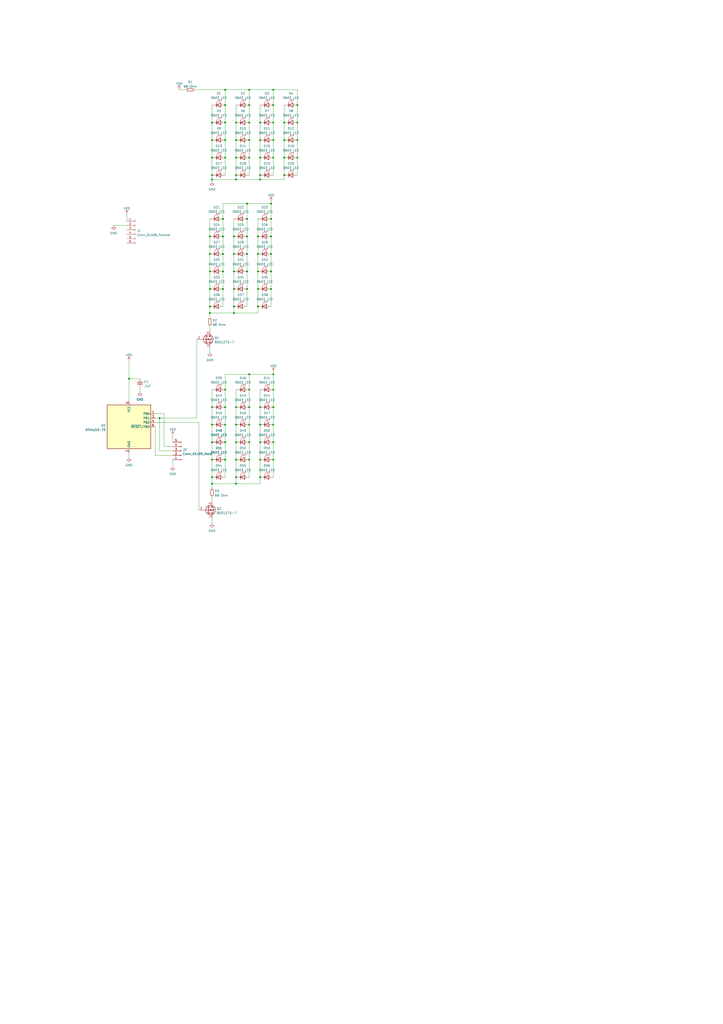
<source format=kicad_sch>
(kicad_sch (version 20211123) (generator eeschema)
  (paper "A2" portrait)
  (lib_symbols
    (symbol "Connector:Conn_01x05_Male" (pin_names (offset 1.016) hide)
      (property "Reference" "J" (at 0 7.62 0))
      (property "Value" "Conn_01x05_Male" (at 0 -7.62 0))
      (symbol "Conn_01x05_Male_1_1"
        (polyline (pts (xy 1.27 -5.08) (xy 0.8636 -5.08)) (stroke (width 0.1524)))
        (polyline (pts (xy 1.27 -2.54) (xy 0.8636 -2.54)) (stroke (width 0.1524)))
        (polyline (pts (xy 1.27 0) (xy 0.8636 0)) (stroke (width 0.1524)))
        (polyline (pts (xy 1.27 2.54) (xy 0.8636 2.54)) (stroke (width 0.1524)))
        (polyline (pts (xy 1.27 5.08) (xy 0.8636 5.08)) (stroke (width 0.1524)))
        (rectangle (start 0.8636 -4.953) (end 0 -5.207) (stroke (width 0.1524)) (fill (type outline)))
        (rectangle (start 0.8636 -2.413) (end 0 -2.667) (stroke (width 0.1524)) (fill (type outline)))
        (rectangle (start 0.8636 0.127) (end 0 -0.127) (stroke (width 0.1524)) (fill (type outline)))
        (rectangle (start 0.8636 2.667) (end 0 2.413) (stroke (width 0.1524)) (fill (type outline)))
        (rectangle (start 0.8636 5.207) (end 0 4.953) (stroke (width 0.1524)) (fill (type outline)))
        (pin passive line (at 5.08 5.08 180) (length 3.81) (name "Pin_1") (number "1"))
        (pin passive line (at 5.08 2.54 180) (length 3.81) (name "Pin_2") (number "2"))
        (pin passive line (at 5.08 0 180) (length 3.81) (name "Pin_3") (number "3"))
        (pin passive line (at 5.08 -2.54 180) (length 3.81) (name "Pin_4") (number "4"))
        (pin passive line (at 5.08 -5.08 180) (length 3.81) (name "Pin_5") (number "5"))
      )
    )
    (symbol "Connector:Conn_01x06_Female" (pin_names (offset 1.016) hide)
      (property "Reference" "J" (at 0 7.62 0))
      (property "Value" "Conn_01x06_Female" (at 0 -10.16 0))
      (symbol "Conn_01x06_Female_1_1"
        (arc (start 0 -7.112) (mid -0.508 -7.62) (end 0 -8.128) (stroke (width 0.1524)))
        (arc (start 0 -4.572) (mid -0.508 -5.08) (end 0 -5.588) (stroke (width 0.1524)))
        (arc (start 0 -2.032) (mid -0.508 -2.54) (end 0 -3.048) (stroke (width 0.1524)))
        (polyline (pts (xy -1.27 -7.62) (xy -0.508 -7.62)) (stroke (width 0.1524)))
        (polyline (pts (xy -1.27 -5.08) (xy -0.508 -5.08)) (stroke (width 0.1524)))
        (polyline (pts (xy -1.27 -2.54) (xy -0.508 -2.54)) (stroke (width 0.1524)))
        (polyline (pts (xy -1.27 0) (xy -0.508 0)) (stroke (width 0.1524)))
        (polyline (pts (xy -1.27 2.54) (xy -0.508 2.54)) (stroke (width 0.1524)))
        (polyline (pts (xy -1.27 5.08) (xy -0.508 5.08)) (stroke (width 0.1524)))
        (arc (start 0 0.508) (mid -0.508 0) (end 0 -0.508) (stroke (width 0.1524)))
        (arc (start 0 3.048) (mid -0.508 2.54) (end 0 2.032) (stroke (width 0.1524)))
        (arc (start 0 5.588) (mid -0.508 5.08) (end 0 4.572) (stroke (width 0.1524)))
        (pin passive line (at -5.08 5.08 0) (length 3.81) (name "Pin_1") (number "1"))
        (pin passive line (at -5.08 2.54 0) (length 3.81) (name "Pin_2") (number "2"))
        (pin passive line (at -5.08 0 0) (length 3.81) (name "Pin_3") (number "3"))
        (pin passive line (at -5.08 -2.54 0) (length 3.81) (name "Pin_4") (number "4"))
        (pin passive line (at -5.08 -5.08 0) (length 3.81) (name "Pin_5") (number "5"))
        (pin passive line (at -5.08 -7.62 0) (length 3.81) (name "Pin_6") (number "6"))
      )
    )
    (symbol "Device:C_Small" (pin_numbers hide) (pin_names (offset 0.254) hide)
      (property "Reference" "C" (at 0.254 1.778 0))
      (property "Value" "C_Small" (at 0.254 -2.032 0))
      (symbol "C_Small_0_1"
        (polyline (pts (xy -1.524 -0.508) (xy 1.524 -0.508)) (stroke (width 0.3302)))
        (polyline (pts (xy -1.524 0.508) (xy 1.524 0.508)) (stroke (width 0.3048)))
      )
      (symbol "C_Small_1_1"
        (pin passive line (at 0 2.54 270) (length 2.032) (name "~") (number "1"))
        (pin passive line (at 0 -2.54 90) (length 2.032) (name "~") (number "2"))
      )
    )
    (symbol "Device:R_Small" (pin_numbers hide) (pin_names (offset 0.254) hide)
      (property "Reference" "R" (at 0.762 0.508 0))
      (property "Value" "R_Small" (at 0.762 -1.016 0))
      (symbol "R_Small_0_1"
        (rectangle (start -0.762 1.778) (end 0.762 -1.778) (stroke (width 0.2032)))
      )
      (symbol "R_Small_1_1"
        (pin passive line (at 0 2.54 270) (length 0.762) (name "~") (number "1"))
        (pin passive line (at 0 -2.54 90) (length 0.762) (name "~") (number "2"))
      )
    )
    (symbol "LED:IR204A" (pin_numbers hide) (pin_names (offset 1.016) hide)
      (property "Reference" "D" (at 0.508 1.778 0))
      (property "Value" "IR204A" (at -1.016 -2.794 0))
      (symbol "IR204A_0_1"
        (polyline (pts (xy -2.54 1.27) (xy -2.54 -1.27)) (stroke (width 0.254)))
        (polyline (pts (xy 0 0) (xy -2.54 0)))
        (polyline (pts (xy 0.381 3.175) (xy -0.127 3.175)))
        (polyline (pts (xy -1.143 1.651) (xy 0.381 3.175) (xy 0.381 2.667)))
        (polyline (pts (xy 0 1.27) (xy -2.54 0) (xy 0 -1.27) (xy 0 1.27)) (stroke (width 0.254)))
        (polyline (pts (xy -2.413 1.651) (xy -0.889 3.175) (xy -0.889 2.667) (xy -0.889 3.175) (xy -1.397 3.175)))
      )
      (symbol "IR204A_1_1"
        (pin passive line (at -5.08 0 0) (length 2.54) (name "K") (number "1"))
        (pin passive line (at 2.54 0 180) (length 2.54) (name "A") (number "2"))
      )
    )
    (symbol "MCU_Microchip_ATtiny:ATtiny10-TS"
      (property "Reference" "U" (at -12.7 13.97 0))
      (property "Value" "ATtiny10-TS" (at 2.54 -13.97 0))
      (symbol "ATtiny10-TS_0_1"
        (rectangle (start -12.7 -12.7) (end 12.7 12.7) (stroke (width 0.254)) (fill (type background)))
      )
      (symbol "ATtiny10-TS_1_1"
        (pin bidirectional line (at 15.24 7.62 180) (length 2.54) (name "PB0") (number "1"))
        (pin power_in line (at 0 -15.24 90) (length 2.54) (name "GND") (number "2"))
        (pin bidirectional line (at 15.24 5.08 180) (length 2.54) (name "PB1") (number "3"))
        (pin bidirectional line (at 15.24 2.54 180) (length 2.54) (name "PB2") (number "4"))
        (pin power_in line (at 0 15.24 270) (length 2.54) (name "VCC") (number "5"))
        (pin bidirectional line (at 15.24 0 180) (length 2.54) (name "~{RESET}/PB3") (number "6"))
      )
    )
    (symbol "Transistor_FET:2N7000" (pin_names hide)
      (property "Reference" "Q" (at 5.08 1.905 0))
      (property "Value" "2N7000" (at 5.08 0 0))
      (symbol "2N7000_0_1"
        (polyline (pts (xy 0.254 0) (xy -2.54 0)))
        (polyline (pts (xy 0.254 1.905) (xy 0.254 -1.905)) (stroke (width 0.254)))
        (polyline (pts (xy 0.762 -1.27) (xy 0.762 -2.286)) (stroke (width 0.254)))
        (polyline (pts (xy 0.762 0.508) (xy 0.762 -0.508)) (stroke (width 0.254)))
        (polyline (pts (xy 0.762 2.286) (xy 0.762 1.27)) (stroke (width 0.254)))
        (polyline (pts (xy 2.54 2.54) (xy 2.54 1.778)))
        (polyline (pts (xy 2.54 -2.54) (xy 2.54 0) (xy 0.762 0)))
        (polyline (pts (xy 0.762 -1.778) (xy 3.302 -1.778) (xy 3.302 1.778) (xy 0.762 1.778)))
        (polyline (pts (xy 1.016 0) (xy 2.032 0.381) (xy 2.032 -0.381) (xy 1.016 0)) (fill (type outline)))
        (polyline (pts (xy 2.794 0.508) (xy 2.921 0.381) (xy 3.683 0.381) (xy 3.81 0.254)))
        (polyline (pts (xy 3.302 0.381) (xy 2.921 -0.254) (xy 3.683 -0.254) (xy 3.302 0.381)))
        (circle (center 1.651 0) (radius 2.794) (stroke (width 0.254)))
        (circle (center 2.54 -1.778) (radius 0.254) (fill (type outline)))
        (circle (center 2.54 1.778) (radius 0.254) (fill (type outline)))
      )
      (symbol "2N7000_1_1"
        (pin passive line (at 2.54 -5.08 90) (length 2.54) (name "S") (number "1"))
        (pin input line (at -5.08 0 0) (length 2.54) (name "G") (number "2"))
        (pin passive line (at 2.54 5.08 270) (length 2.54) (name "D") (number "3"))
      )
    )
    (symbol "power:GND" (power) (pin_names (offset 0))
      (property "Value" "GND" (at 0 -3.81 0))
      (symbol "GND_0_1"
        (polyline (pts (xy 0 0) (xy 0 -1.27) (xy 1.27 -1.27) (xy 0 -2.54) (xy -1.27 -1.27) (xy 0 -1.27)))
      )
      (symbol "GND_1_1"
        (pin power_in line (at 0 0 270) (length 0) hide (name "GND") (number "1"))
      )
    )
    (symbol "power:VDD" (power) (pin_names (offset 0))
      (property "Value" "VDD" (at 0 3.81 0))
      (symbol "VDD_0_1"
        (polyline (pts (xy -0.762 1.27) (xy 0 2.54)))
        (polyline (pts (xy 0 0) (xy 0 2.54)))
        (polyline (pts (xy 0 2.54) (xy 0.762 1.27)))
      )
      (symbol "VDD_1_1"
        (pin power_in line (at 0 0 90) (length 0) hide (name "VDD") (number "1"))
      )
    )
  )
  (junction (at 144.78 236.22))
  (junction (at 135.89 181.61))
  (junction (at 144.78 266.7))
  (junction (at 144.78 217.17))
  (junction (at 144.78 60.96))
  (junction (at 123.19 266.7))
  (junction (at 137.16 276.86))
  (junction (at 130.81 226.06))
  (junction (at 158.75 71.12))
  (junction (at 121.92 181.61))
  (junction (at 149.86 147.32))
  (junction (at 157.48 137.16))
  (junction (at 149.86 177.8))
  (junction (at 144.78 52.07))
  (junction (at 130.81 256.54))
  (junction (at 123.19 71.12))
  (junction (at 130.81 236.22))
  (junction (at 143.51 157.48))
  (junction (at 172.72 81.28))
  (junction (at 135.89 147.32))
  (junction (at 135.89 137.16))
  (junction (at 130.81 91.44))
  (junction (at 130.81 246.38))
  (junction (at 144.78 246.38))
  (junction (at 123.19 101.6))
  (junction (at 144.78 81.28))
  (junction (at 137.16 280.67))
  (junction (at 158.75 256.54))
  (junction (at 151.13 246.38))
  (junction (at 137.16 91.44))
  (junction (at 143.51 147.32))
  (junction (at 129.54 137.16))
  (junction (at 165.1 101.6))
  (junction (at 158.75 226.06))
  (junction (at 130.81 60.96))
  (junction (at 130.81 52.07))
  (junction (at 123.19 256.54))
  (junction (at 137.16 246.38))
  (junction (at 158.75 217.17))
  (junction (at 135.89 167.64))
  (junction (at 158.75 81.28))
  (junction (at 123.19 236.22))
  (junction (at 123.19 246.38))
  (junction (at 172.72 71.12))
  (junction (at 130.81 71.12))
  (junction (at 172.72 60.96))
  (junction (at 158.75 91.44))
  (junction (at 137.16 71.12))
  (junction (at 165.1 91.44))
  (junction (at 157.48 127))
  (junction (at 157.48 157.48))
  (junction (at 151.13 236.22))
  (junction (at 121.92 147.32))
  (junction (at 135.89 177.8))
  (junction (at 157.48 167.64))
  (junction (at 137.16 101.6))
  (junction (at 157.48 118.11))
  (junction (at 172.72 91.44))
  (junction (at 121.92 157.48))
  (junction (at 151.13 71.12))
  (junction (at 151.13 101.6))
  (junction (at 158.75 236.22))
  (junction (at 121.92 167.64))
  (junction (at 137.16 81.28))
  (junction (at 137.16 266.7))
  (junction (at 151.13 256.54))
  (junction (at 144.78 91.44))
  (junction (at 151.13 91.44))
  (junction (at 158.75 246.38))
  (junction (at 149.86 167.64))
  (junction (at 129.54 147.32))
  (junction (at 92.71 242.57))
  (junction (at 144.78 71.12))
  (junction (at 129.54 157.48))
  (junction (at 121.92 137.16))
  (junction (at 144.78 226.06))
  (junction (at 151.13 81.28))
  (junction (at 137.16 256.54))
  (junction (at 157.48 147.32))
  (junction (at 135.89 157.48))
  (junction (at 123.19 104.14))
  (junction (at 123.19 280.67))
  (junction (at 151.13 266.7))
  (junction (at 137.16 236.22))
  (junction (at 151.13 276.86))
  (junction (at 143.51 167.64))
  (junction (at 123.19 91.44))
  (junction (at 143.51 137.16))
  (junction (at 143.51 127))
  (junction (at 130.81 81.28))
  (junction (at 144.78 256.54))
  (junction (at 149.86 157.48))
  (junction (at 165.1 81.28))
  (junction (at 149.86 137.16))
  (junction (at 123.19 276.86))
  (junction (at 137.16 104.14))
  (junction (at 158.75 266.7))
  (junction (at 143.51 118.11))
  (junction (at 121.92 177.8))
  (junction (at 129.54 167.64))
  (junction (at 151.13 104.14))
  (junction (at 129.54 127))
  (junction (at 74.93 219.71))
  (junction (at 158.75 52.07))
  (junction (at 123.19 81.28))
  (junction (at 130.81 266.7))
  (junction (at 158.75 60.96))
  (junction (at 165.1 71.12))
  (wire (pts (xy 135.89 157.48) (xy 135.89 167.64)))
  (wire (pts (xy 143.51 118.11) (xy 143.51 127)))
  (wire (pts (xy 121.92 189.23) (xy 121.92 191.77)))
  (wire (pts (xy 151.13 91.44) (xy 151.13 101.6)))
  (wire (pts (xy 123.19 226.06) (xy 123.19 236.22)))
  (wire (pts (xy 151.13 81.28) (xy 151.13 91.44)))
  (wire (pts (xy 151.13 280.67) (xy 137.16 280.67)))
  (wire (pts (xy 143.51 137.16) (xy 143.51 147.32)))
  (wire (pts (xy 104.14 52.07) (xy 107.95 52.07)))
  (wire (pts (xy 143.51 118.11) (xy 157.48 118.11)))
  (wire (pts (xy 165.1 60.96) (xy 165.1 71.12)))
  (wire (pts (xy 95.25 240.03) (xy 95.25 259.08)))
  (wire (pts (xy 143.51 147.32) (xy 143.51 157.48)))
  (wire (pts (xy 129.54 167.64) (xy 129.54 157.48)))
  (wire (pts (xy 137.16 236.22) (xy 137.16 246.38)))
  (wire (pts (xy 144.78 217.17) (xy 144.78 226.06)))
  (wire (pts (xy 172.72 60.96) (xy 172.72 52.07)))
  (wire (pts (xy 157.48 167.64) (xy 157.48 177.8)))
  (wire (pts (xy 123.19 60.96) (xy 123.19 71.12)))
  (wire (pts (xy 90.17 264.16) (xy 100.33 264.16)))
  (wire (pts (xy 130.81 276.86) (xy 130.81 266.7)))
  (wire (pts (xy 123.19 266.7) (xy 123.19 276.86)))
  (wire (pts (xy 149.86 147.32) (xy 149.86 157.48)))
  (wire (pts (xy 123.19 280.67) (xy 123.19 283.21)))
  (wire (pts (xy 157.48 137.16) (xy 157.48 147.32)))
  (wire (pts (xy 74.93 262.89) (xy 74.93 265.43)))
  (wire (pts (xy 90.17 245.11) (xy 115.57 245.11)))
  (wire (pts (xy 137.16 81.28) (xy 137.16 91.44)))
  (wire (pts (xy 144.78 256.54) (xy 144.78 266.7)))
  (wire (pts (xy 144.78 60.96) (xy 144.78 71.12)))
  (wire (pts (xy 137.16 226.06) (xy 137.16 236.22)))
  (wire (pts (xy 90.17 242.57) (xy 92.71 242.57)))
  (wire (pts (xy 123.19 288.29) (xy 123.19 290.83)))
  (wire (pts (xy 151.13 104.14) (xy 165.1 104.14)))
  (wire (pts (xy 130.81 101.6) (xy 130.81 91.44)))
  (wire (pts (xy 130.81 52.07) (xy 113.03 52.07)))
  (wire (pts (xy 151.13 71.12) (xy 151.13 81.28)))
  (wire (pts (xy 92.71 242.57) (xy 92.71 261.62)))
  (wire (pts (xy 123.19 276.86) (xy 123.19 280.67)))
  (wire (pts (xy 144.78 91.44) (xy 144.78 101.6)))
  (wire (pts (xy 129.54 157.48) (xy 129.54 147.32)))
  (wire (pts (xy 144.78 236.22) (xy 144.78 246.38)))
  (wire (pts (xy 149.86 157.48) (xy 149.86 167.64)))
  (wire (pts (xy 121.92 167.64) (xy 121.92 177.8)))
  (wire (pts (xy 135.89 167.64) (xy 135.89 177.8)))
  (wire (pts (xy 144.78 226.06) (xy 144.78 236.22)))
  (wire (pts (xy 130.81 266.7) (xy 130.81 256.54)))
  (wire (pts (xy 158.75 52.07) (xy 158.75 60.96)))
  (wire (pts (xy 130.81 91.44) (xy 130.81 81.28)))
  (wire (pts (xy 130.81 256.54) (xy 130.81 246.38)))
  (wire (pts (xy 144.78 266.7) (xy 144.78 276.86)))
  (wire (pts (xy 123.19 246.38) (xy 123.19 256.54)))
  (wire (pts (xy 137.16 266.7) (xy 137.16 276.86)))
  (wire (pts (xy 123.19 236.22) (xy 123.19 246.38)))
  (wire (pts (xy 130.81 246.38) (xy 130.81 236.22)))
  (wire (pts (xy 137.16 256.54) (xy 137.16 266.7)))
  (wire (pts (xy 66.04 130.81) (xy 73.66 130.81)))
  (wire (pts (xy 129.54 177.8) (xy 129.54 167.64)))
  (wire (pts (xy 135.89 181.61) (xy 121.92 181.61)))
  (wire (pts (xy 144.78 52.07) (xy 144.78 60.96)))
  (wire (pts (xy 121.92 177.8) (xy 121.92 181.61)))
  (wire (pts (xy 151.13 246.38) (xy 151.13 256.54)))
  (wire (pts (xy 151.13 276.86) (xy 151.13 280.67)))
  (wire (pts (xy 123.19 91.44) (xy 123.19 101.6)))
  (wire (pts (xy 157.48 147.32) (xy 157.48 157.48)))
  (wire (pts (xy 135.89 127) (xy 135.89 137.16)))
  (wire (pts (xy 130.81 236.22) (xy 130.81 226.06)))
  (wire (pts (xy 157.48 116.84) (xy 157.48 118.11)))
  (wire (pts (xy 123.19 81.28) (xy 123.19 91.44)))
  (wire (pts (xy 165.1 71.12) (xy 165.1 81.28)))
  (wire (pts (xy 74.93 219.71) (xy 81.28 219.71)))
  (wire (pts (xy 73.66 124.46) (xy 73.66 128.27)))
  (wire (pts (xy 100.33 266.7) (xy 100.33 270.51)))
  (wire (pts (xy 123.19 104.14) (xy 137.16 104.14)))
  (wire (pts (xy 165.1 101.6) (xy 165.1 104.14)))
  (wire (pts (xy 137.16 101.6) (xy 137.16 104.14)))
  (wire (pts (xy 149.86 127) (xy 149.86 137.16)))
  (wire (pts (xy 172.72 52.07) (xy 158.75 52.07)))
  (wire (pts (xy 151.13 236.22) (xy 151.13 246.38)))
  (wire (pts (xy 81.28 224.79) (xy 81.28 227.33)))
  (wire (pts (xy 157.48 157.48) (xy 157.48 167.64)))
  (wire (pts (xy 149.86 181.61) (xy 135.89 181.61)))
  (wire (pts (xy 135.89 147.32) (xy 135.89 157.48)))
  (wire (pts (xy 130.81 60.96) (xy 130.81 52.07)))
  (wire (pts (xy 158.75 246.38) (xy 158.75 256.54)))
  (wire (pts (xy 157.48 127) (xy 157.48 137.16)))
  (wire (pts (xy 143.51 167.64) (xy 143.51 177.8)))
  (wire (pts (xy 137.16 104.14) (xy 151.13 104.14)))
  (wire (pts (xy 130.81 81.28) (xy 130.81 71.12)))
  (wire (pts (xy 130.81 226.06) (xy 130.81 217.17)))
  (wire (pts (xy 74.93 209.55) (xy 74.93 219.71)))
  (wire (pts (xy 121.92 201.93) (xy 121.92 204.47)))
  (wire (pts (xy 121.92 147.32) (xy 121.92 157.48)))
  (wire (pts (xy 158.75 236.22) (xy 158.75 246.38)))
  (wire (pts (xy 121.92 137.16) (xy 121.92 147.32)))
  (wire (pts (xy 144.78 71.12) (xy 144.78 81.28)))
  (wire (pts (xy 158.75 52.07) (xy 144.78 52.07)))
  (wire (pts (xy 172.72 81.28) (xy 172.72 71.12)))
  (wire (pts (xy 158.75 215.9) (xy 158.75 217.17)))
  (wire (pts (xy 158.75 60.96) (xy 158.75 71.12)))
  (wire (pts (xy 130.81 217.17) (xy 144.78 217.17)))
  (wire (pts (xy 123.19 71.12) (xy 123.19 81.28)))
  (wire (pts (xy 123.19 104.14) (xy 123.19 105.41)))
  (wire (pts (xy 151.13 101.6) (xy 151.13 104.14)))
  (wire (pts (xy 137.16 91.44) (xy 137.16 101.6)))
  (wire (pts (xy 165.1 81.28) (xy 165.1 91.44)))
  (wire (pts (xy 135.89 137.16) (xy 135.89 147.32)))
  (wire (pts (xy 129.54 118.11) (xy 143.51 118.11)))
  (wire (pts (xy 123.19 300.99) (xy 123.19 303.53)))
  (wire (pts (xy 149.86 137.16) (xy 149.86 147.32)))
  (wire (pts (xy 158.75 71.12) (xy 158.75 81.28)))
  (wire (pts (xy 151.13 226.06) (xy 151.13 236.22)))
  (wire (pts (xy 144.78 217.17) (xy 158.75 217.17)))
  (wire (pts (xy 158.75 91.44) (xy 158.75 101.6)))
  (wire (pts (xy 158.75 226.06) (xy 158.75 236.22)))
  (wire (pts (xy 100.33 252.73) (xy 100.33 256.54)))
  (wire (pts (xy 95.25 259.08) (xy 100.33 259.08)))
  (wire (pts (xy 158.75 266.7) (xy 158.75 276.86)))
  (wire (pts (xy 130.81 71.12) (xy 130.81 60.96)))
  (wire (pts (xy 165.1 91.44) (xy 165.1 101.6)))
  (wire (pts (xy 92.71 261.62) (xy 100.33 261.62)))
  (wire (pts (xy 121.92 181.61) (xy 121.92 184.15)))
  (wire (pts (xy 129.54 127) (xy 129.54 118.11)))
  (wire (pts (xy 149.86 167.64) (xy 149.86 177.8)))
  (wire (pts (xy 137.16 60.96) (xy 137.16 71.12)))
  (wire (pts (xy 172.72 91.44) (xy 172.72 81.28)))
  (wire (pts (xy 144.78 52.07) (xy 130.81 52.07)))
  (wire (pts (xy 90.17 240.03) (xy 95.25 240.03)))
  (wire (pts (xy 92.71 242.57) (xy 114.3 242.57)))
  (wire (pts (xy 137.16 280.67) (xy 123.19 280.67)))
  (wire (pts (xy 129.54 137.16) (xy 129.54 127)))
  (wire (pts (xy 172.72 101.6) (xy 172.72 91.44)))
  (wire (pts (xy 121.92 127) (xy 121.92 137.16)))
  (wire (pts (xy 137.16 276.86) (xy 137.16 280.67)))
  (wire (pts (xy 115.57 245.11) (xy 115.57 295.91)))
  (wire (pts (xy 158.75 81.28) (xy 158.75 91.44)))
  (wire (pts (xy 123.19 101.6) (xy 123.19 104.14)))
  (wire (pts (xy 135.89 177.8) (xy 135.89 181.61)))
  (wire (pts (xy 172.72 71.12) (xy 172.72 60.96)))
  (wire (pts (xy 90.17 247.65) (xy 90.17 264.16)))
  (wire (pts (xy 121.92 157.48) (xy 121.92 167.64)))
  (wire (pts (xy 151.13 60.96) (xy 151.13 71.12)))
  (wire (pts (xy 151.13 256.54) (xy 151.13 266.7)))
  (wire (pts (xy 157.48 118.11) (xy 157.48 127)))
  (wire (pts (xy 137.16 71.12) (xy 137.16 81.28)))
  (wire (pts (xy 137.16 246.38) (xy 137.16 256.54)))
  (wire (pts (xy 158.75 256.54) (xy 158.75 266.7)))
  (wire (pts (xy 158.75 217.17) (xy 158.75 226.06)))
  (wire (pts (xy 123.19 256.54) (xy 123.19 266.7)))
  (wire (pts (xy 143.51 157.48) (xy 143.51 167.64)))
  (wire (pts (xy 129.54 147.32) (xy 129.54 137.16)))
  (wire (pts (xy 143.51 127) (xy 143.51 137.16)))
  (wire (pts (xy 74.93 219.71) (xy 74.93 232.41)))
  (wire (pts (xy 144.78 81.28) (xy 144.78 91.44)))
  (wire (pts (xy 151.13 266.7) (xy 151.13 276.86)))
  (wire (pts (xy 149.86 177.8) (xy 149.86 181.61)))
  (wire (pts (xy 114.3 196.85) (xy 114.3 242.57)))
  (wire (pts (xy 144.78 246.38) (xy 144.78 256.54)))
  (symbol (lib_id "power:GND") (at 81.28 227.33 0) (unit 1)
    (property "Reference" "#PWR0101" (effects hide))
    (property "Value" "GND" (at 81.28 231.7734 0))
  )
  (symbol (lib_id "Connector:Conn_01x06_Female") (at 78.74 133.35 0) (unit 1)
    (property "Reference" "J1" (at 79.4512 133.7853 0) (effects (justify left)))
    (property "Value" "Conn_01x06_Female" (at 79.4512 136.3222 0) (effects (justify left)))
    (property "Footprint" "Connector_PinHeader_2.54mm:PinHeader_2x03_P2.54mm_Vertical" (effects hide))
  )
  (symbol (lib_id "power:GND") (at 100.33 270.51 0) (unit 1)
    (property "Reference" "#PWR011" (effects hide))
    (property "Value" "GND" (at 100.33 274.9534 0))
  )
  (symbol (lib_id "Device:R_Small") (at 123.19 285.75 180) (unit 1)
    (property "Reference" "R3" (at 124.6886 284.9153 0) (effects (justify right)))
    (property "Value" "68 Ohm" (at 124.6886 287.4522 0) (effects (justify right)))
    (property "Footprint" "Resistor_SMD:R_0603_1608Metric_Pad0.98x0.95mm_HandSolder" (effects hide))
  )
  (symbol (lib_id "LED:IR204A") (at 140.97 147.32 0) (unit 1)
    (property "Reference" "D28" (at 139.827 140.5722 0))
    (property "Value" "0603 LED" (at 139.827 143.1091 0))
    (property "Footprint" "LED_SMD:LED_0603_1608Metric_Pad1.05x0.95mm_HandSolder" (effects hide))
  )
  (symbol (lib_id "LED:IR204A") (at 128.27 276.86 0) (unit 1)
    (property "Reference" "D54" (at 127.127 270.1122 0))
    (property "Value" "0603 LED" (at 127.127 272.6491 0))
    (property "Footprint" "LED_SMD:LED_0603_1608Metric_Pad1.05x0.95mm_HandSolder" (effects hide))
  )
  (symbol (lib_id "LED:IR204A") (at 156.21 256.54 0) (unit 1)
    (property "Reference" "D50" (at 155.067 249.7922 0))
    (property "Value" "0603 LED" (at 155.067 252.3291 0))
    (property "Footprint" "LED_SMD:LED_0603_1608Metric_Pad1.05x0.95mm_HandSolder" (effects hide))
  )
  (symbol (lib_id "Transistor_FET:2N7000") (at 120.65 295.91 0) (unit 1)
    (property "Reference" "Q2" (at 125.857 295.0753 0) (effects (justify left)))
    (property "Value" "BSS127S-7" (at 125.857 297.6122 0) (effects (justify left)))
    (property "Footprint" "Package_TO_SOT_SMD:SOT-23" (effects hide))
    (property "Datasheet" "https://www.onsemi.com/pub/Collateral/NDS7002A-D.PDF" (effects hide))
  )
  (symbol (lib_id "LED:IR204A") (at 128.27 256.54 0) (unit 1)
    (property "Reference" "D48" (at 127.127 249.7922 0))
    (property "Value" "0603 LED" (at 127.127 252.3291 0))
    (property "Footprint" "LED_SMD:LED_0603_1608Metric_Pad1.05x0.95mm_HandSolder" (effects hide))
  )
  (symbol (lib_id "LED:IR204A") (at 128.27 71.12 0) (unit 1)
    (property "Reference" "D5" (at 127.127 64.3722 0))
    (property "Value" "0603 LED" (at 127.127 66.9091 0))
    (property "Footprint" "LED_SMD:LED_0603_1608Metric_Pad1.05x0.95mm_HandSolder" (effects hide))
  )
  (symbol (lib_id "LED:IR204A") (at 156.21 60.96 0) (unit 1)
    (property "Reference" "D3" (at 155.067 54.2122 0))
    (property "Value" "0603 LED" (at 155.067 56.7491 0))
    (property "Footprint" "LED_SMD:LED_0603_1608Metric_Pad1.05x0.95mm_HandSolder" (effects hide))
  )
  (symbol (lib_id "LED:IR204A") (at 140.97 167.64 0) (unit 1)
    (property "Reference" "D34" (at 139.827 160.8922 0))
    (property "Value" "0603 LED" (at 139.827 163.4291 0))
    (property "Footprint" "LED_SMD:LED_0603_1608Metric_Pad1.05x0.95mm_HandSolder" (effects hide))
  )
  (symbol (lib_id "LED:IR204A") (at 142.24 91.44 0) (unit 1)
    (property "Reference" "D14" (at 141.097 84.6922 0))
    (property "Value" "0603 LED" (at 141.097 87.2291 0))
    (property "Footprint" "LED_SMD:LED_0603_1608Metric_Pad1.05x0.95mm_HandSolder" (effects hide))
  )
  (symbol (lib_id "Device:R_Small") (at 121.92 186.69 180) (unit 1)
    (property "Reference" "R2" (at 123.4186 185.8553 0) (effects (justify right)))
    (property "Value" "68 Ohm" (at 123.4186 188.3922 0) (effects (justify right)))
    (property "Footprint" "Resistor_SMD:R_0603_1608Metric_Pad0.98x0.95mm_HandSolder" (effects hide))
  )
  (symbol (lib_id "power:VDD") (at 73.66 124.46 0) (unit 1)
    (property "Reference" "#PWR04" (effects hide))
    (property "Value" "VDD" (at 73.66 120.8842 0))
  )
  (symbol (lib_id "LED:IR204A") (at 128.27 91.44 0) (unit 1)
    (property "Reference" "D13" (at 127.127 84.6922 0))
    (property "Value" "0603 LED" (at 127.127 87.2291 0))
    (property "Footprint" "LED_SMD:LED_0603_1608Metric_Pad1.05x0.95mm_HandSolder" (effects hide))
  )
  (symbol (lib_id "LED:IR204A") (at 127 167.64 0) (unit 1)
    (property "Reference" "D33" (at 125.857 160.8922 0))
    (property "Value" "0603 LED" (at 125.857 163.4291 0))
    (property "Footprint" "LED_SMD:LED_0603_1608Metric_Pad1.05x0.95mm_HandSolder" (effects hide))
  )
  (symbol (lib_id "LED:IR204A") (at 142.24 101.6 0) (unit 1)
    (property "Reference" "D18" (at 141.097 94.8522 0))
    (property "Value" "0603 LED" (at 141.097 97.3891 0))
    (property "Footprint" "LED_SMD:LED_0603_1608Metric_Pad1.05x0.95mm_HandSolder" (effects hide))
  )
  (symbol (lib_id "Device:R_Small") (at 110.49 52.07 90) (unit 1)
    (property "Reference" "R1" (at 110.49 47.6336 90))
    (property "Value" "68 Ohm" (at 110.49 50.1705 90))
    (property "Footprint" "Resistor_SMD:R_0603_1608Metric_Pad0.98x0.95mm_HandSolder" (effects hide))
  )
  (symbol (lib_id "power:GND") (at 123.19 303.53 0) (unit 1)
    (property "Reference" "#PWR012" (effects hide))
    (property "Value" "GND" (at 123.19 307.9734 0))
  )
  (symbol (lib_id "LED:IR204A") (at 142.24 236.22 0) (unit 1)
    (property "Reference" "D43" (at 141.097 229.4722 0))
    (property "Value" "0603 LED" (at 141.097 232.0091 0))
    (property "Footprint" "LED_SMD:LED_0603_1608Metric_Pad1.05x0.95mm_HandSolder" (effects hide))
  )
  (symbol (lib_id "LED:IR204A") (at 156.21 226.06 0) (unit 1)
    (property "Reference" "D41" (at 155.067 219.3122 0))
    (property "Value" "0603 LED" (at 155.067 221.8491 0))
    (property "Footprint" "LED_SMD:LED_0603_1608Metric_Pad1.05x0.95mm_HandSolder" (effects hide))
  )
  (symbol (lib_id "LED:IR204A") (at 140.97 127 0) (unit 1)
    (property "Reference" "D22" (at 139.827 120.2522 0))
    (property "Value" "0603 LED" (at 139.827 122.7891 0))
    (property "Footprint" "LED_SMD:LED_0603_1608Metric_Pad1.05x0.95mm_HandSolder" (effects hide))
  )
  (symbol (lib_id "LED:IR204A") (at 128.27 81.28 0) (unit 1)
    (property "Reference" "D9" (at 127.127 74.5322 0))
    (property "Value" "0603 LED" (at 127.127 77.0691 0))
    (property "Footprint" "LED_SMD:LED_0603_1608Metric_Pad1.05x0.95mm_HandSolder" (effects hide))
  )
  (symbol (lib_id "LED:IR204A") (at 127 177.8 0) (unit 1)
    (property "Reference" "D36" (at 125.857 171.0522 0))
    (property "Value" "0603 LED" (at 125.857 173.5891 0))
    (property "Footprint" "LED_SMD:LED_0603_1608Metric_Pad1.05x0.95mm_HandSolder" (effects hide))
  )
  (symbol (lib_id "power:VDD") (at 157.48 116.84 0) (unit 1)
    (property "Reference" "#PWR03" (effects hide))
    (property "Value" "VDD" (at 157.48 113.2642 0))
  )
  (symbol (lib_id "LED:IR204A") (at 154.94 147.32 0) (unit 1)
    (property "Reference" "D29" (at 153.797 140.5722 0))
    (property "Value" "0603 LED" (at 153.797 143.1091 0))
    (property "Footprint" "LED_SMD:LED_0603_1608Metric_Pad1.05x0.95mm_HandSolder" (effects hide))
  )
  (symbol (lib_id "power:VDD") (at 158.75 215.9 0) (unit 1)
    (property "Reference" "#PWR07" (effects hide))
    (property "Value" "VDD" (at 158.75 212.3242 0))
  )
  (symbol (lib_id "LED:IR204A") (at 170.18 101.6 0) (unit 1)
    (property "Reference" "D20" (at 169.037 94.8522 0))
    (property "Value" "0603 LED" (at 169.037 97.3891 0))
    (property "Footprint" "LED_SMD:LED_0603_1608Metric_Pad1.05x0.95mm_HandSolder" (effects hide))
  )
  (symbol (lib_id "LED:IR204A") (at 154.94 177.8 0) (unit 1)
    (property "Reference" "D38" (at 153.797 171.0522 0))
    (property "Value" "0603 LED" (at 153.797 173.5891 0))
    (property "Footprint" "LED_SMD:LED_0603_1608Metric_Pad1.05x0.95mm_HandSolder" (effects hide))
  )
  (symbol (lib_id "LED:IR204A") (at 128.27 101.6 0) (unit 1)
    (property "Reference" "D17" (at 127.127 94.8522 0))
    (property "Value" "0603 LED" (at 127.127 97.3891 0))
    (property "Footprint" "LED_SMD:LED_0603_1608Metric_Pad1.05x0.95mm_HandSolder" (effects hide))
  )
  (symbol (lib_id "LED:IR204A") (at 142.24 226.06 0) (unit 1)
    (property "Reference" "D40" (at 141.097 219.3122 0))
    (property "Value" "0603 LED" (at 141.097 221.8491 0))
    (property "Footprint" "LED_SMD:LED_0603_1608Metric_Pad1.05x0.95mm_HandSolder" (effects hide))
  )
  (symbol (lib_id "LED:IR204A") (at 140.97 137.16 0) (unit 1)
    (property "Reference" "D25" (at 139.827 130.4122 0))
    (property "Value" "0603 LED" (at 139.827 132.9491 0))
    (property "Footprint" "LED_SMD:LED_0603_1608Metric_Pad1.05x0.95mm_HandSolder" (effects hide))
  )
  (symbol (lib_id "power:VDD") (at 100.33 252.73 0) (unit 1)
    (property "Reference" "#PWR09" (effects hide))
    (property "Value" "VDD" (at 100.33 249.1542 0))
  )
  (symbol (lib_id "LED:IR204A") (at 154.94 157.48 0) (unit 1)
    (property "Reference" "D32" (at 153.797 150.7322 0))
    (property "Value" "0603 LED" (at 153.797 153.2691 0))
    (property "Footprint" "LED_SMD:LED_0603_1608Metric_Pad1.05x0.95mm_HandSolder" (effects hide))
  )
  (symbol (lib_id "LED:IR204A") (at 154.94 167.64 0) (unit 1)
    (property "Reference" "D35" (at 153.797 160.8922 0))
    (property "Value" "0603 LED" (at 153.797 163.4291 0))
    (property "Footprint" "LED_SMD:LED_0603_1608Metric_Pad1.05x0.95mm_HandSolder" (effects hide))
  )
  (symbol (lib_id "LED:IR204A") (at 128.27 246.38 0) (unit 1)
    (property "Reference" "D45" (at 127.127 239.6322 0))
    (property "Value" "0603 LED" (at 127.127 242.1691 0))
    (property "Footprint" "LED_SMD:LED_0603_1608Metric_Pad1.05x0.95mm_HandSolder" (effects hide))
  )
  (symbol (lib_id "power:GND") (at 123.19 105.41 0) (unit 1)
    (property "Reference" "#PWR02" (effects hide))
    (property "Value" "GND" (at 123.19 109.8534 0))
  )
  (symbol (lib_id "MCU_Microchip_ATtiny:ATtiny10-TS") (at 74.93 247.65 0) (unit 1)
    (property "Reference" "U1" (at 61.4681 246.8153 0) (effects (justify right)))
    (property "Value" "ATtiny10-TS" (at 61.4681 249.3522 0) (effects (justify right)))
    (property "Footprint" "Package_TO_SOT_SMD:SOT-23-6" (effects hide))
    (property "Datasheet" "http://ww1.microchip.com/downloads/en/DeviceDoc/Atmel-8127-AVR-8-bit-Microcontroller-ATtiny4-ATtiny5-ATtiny9-ATtiny10_Datasheet.pdf" (effects hide))
  )
  (symbol (lib_id "Connector:Conn_01x05_Male") (at 105.41 261.62 180) (unit 1)
    (property "Reference" "J2" (at 106.1212 260.7853 0) (effects (justify right)))
    (property "Value" "Conn_01x05_Male" (at 106.1212 263.3222 0) (effects (justify right)))
    (property "Footprint" "Connector_PinHeader_2.54mm:PinHeader_1x05_P2.54mm_Vertical" (effects hide))
  )
  (symbol (lib_id "LED:IR204A") (at 156.21 91.44 0) (unit 1)
    (property "Reference" "D15" (at 155.067 84.6922 0))
    (property "Value" "0603 LED" (at 155.067 87.2291 0))
    (property "Footprint" "LED_SMD:LED_0603_1608Metric_Pad1.05x0.95mm_HandSolder" (effects hide))
  )
  (symbol (lib_id "LED:IR204A") (at 170.18 91.44 0) (unit 1)
    (property "Reference" "D16" (at 169.037 84.6922 0))
    (property "Value" "0603 LED" (at 169.037 87.2291 0))
    (property "Footprint" "LED_SMD:LED_0603_1608Metric_Pad1.05x0.95mm_HandSolder" (effects hide))
  )
  (symbol (lib_id "power:VDD") (at 104.14 52.07 0) (unit 1)
    (property "Reference" "#PWR01" (effects hide))
    (property "Value" "VDD" (at 104.14 48.4942 0))
  )
  (symbol (lib_id "LED:IR204A") (at 127 137.16 0) (unit 1)
    (property "Reference" "D24" (at 125.857 130.4122 0))
    (property "Value" "0603 LED" (at 125.857 132.9491 0))
    (property "Footprint" "LED_SMD:LED_0603_1608Metric_Pad1.05x0.95mm_HandSolder" (effects hide))
  )
  (symbol (lib_id "LED:IR204A") (at 142.24 256.54 0) (unit 1)
    (property "Reference" "D49" (at 141.097 249.7922 0))
    (property "Value" "0603 LED" (at 141.097 252.3291 0))
    (property "Footprint" "LED_SMD:LED_0603_1608Metric_Pad1.05x0.95mm_HandSolder" (effects hide))
  )
  (symbol (lib_id "LED:IR204A") (at 142.24 81.28 0) (unit 1)
    (property "Reference" "D10" (at 141.097 74.5322 0))
    (property "Value" "0603 LED" (at 141.097 77.0691 0))
    (property "Footprint" "LED_SMD:LED_0603_1608Metric_Pad1.05x0.95mm_HandSolder" (effects hide))
  )
  (symbol (lib_id "LED:IR204A") (at 170.18 81.28 0) (unit 1)
    (property "Reference" "D12" (at 169.037 74.5322 0))
    (property "Value" "0603 LED" (at 169.037 77.0691 0))
    (property "Footprint" "LED_SMD:LED_0603_1608Metric_Pad1.05x0.95mm_HandSolder" (effects hide))
  )
  (symbol (lib_id "Transistor_FET:2N7000") (at 119.38 196.85 0) (unit 1)
    (property "Reference" "Q1" (at 124.587 196.0153 0) (effects (justify left)))
    (property "Value" "BSS127S-7" (at 124.587 198.5522 0) (effects (justify left)))
    (property "Footprint" "Package_TO_SOT_SMD:SOT-23" (effects hide))
    (property "Datasheet" "https://www.onsemi.com/pub/Collateral/NDS7002A-D.PDF" (effects hide))
  )
  (symbol (lib_id "LED:IR204A") (at 127 127 0) (unit 1)
    (property "Reference" "D21" (at 125.857 120.2522 0))
    (property "Value" "0603 LED" (at 125.857 122.7891 0))
    (property "Footprint" "LED_SMD:LED_0603_1608Metric_Pad1.05x0.95mm_HandSolder" (effects hide))
  )
  (symbol (lib_id "LED:IR204A") (at 128.27 226.06 0) (unit 1)
    (property "Reference" "D39" (at 127.127 219.3122 0))
    (property "Value" "0603 LED" (at 127.127 221.8491 0))
    (property "Footprint" "LED_SMD:LED_0603_1608Metric_Pad1.05x0.95mm_HandSolder" (effects hide))
  )
  (symbol (lib_id "power:GND") (at 66.04 130.81 0) (unit 1)
    (property "Reference" "#PWR05" (effects hide))
    (property "Value" "GND" (at 66.04 135.2534 0))
  )
  (symbol (lib_id "LED:IR204A") (at 140.97 177.8 0) (unit 1)
    (property "Reference" "D37" (at 139.827 171.0522 0))
    (property "Value" "0603 LED" (at 139.827 173.5891 0))
    (property "Footprint" "LED_SMD:LED_0603_1608Metric_Pad1.05x0.95mm_HandSolder" (effects hide))
  )
  (symbol (lib_id "power:GND") (at 74.93 265.43 0) (unit 1)
    (property "Reference" "#PWR010" (effects hide))
    (property "Value" "GND" (at 74.93 269.8734 0))
  )
  (symbol (lib_id "LED:IR204A") (at 142.24 60.96 0) (unit 1)
    (property "Reference" "D2" (at 141.097 54.2122 0))
    (property "Value" "0603 LED" (at 141.097 56.7491 0))
    (property "Footprint" "LED_SMD:LED_0603_1608Metric_Pad1.05x0.95mm_HandSolder" (effects hide))
  )
  (symbol (lib_id "LED:IR204A") (at 156.21 246.38 0) (unit 1)
    (property "Reference" "D47" (at 155.067 239.6322 0))
    (property "Value" "0603 LED" (at 155.067 242.1691 0))
    (property "Footprint" "LED_SMD:LED_0603_1608Metric_Pad1.05x0.95mm_HandSolder" (effects hide))
  )
  (symbol (lib_id "LED:IR204A") (at 142.24 266.7 0) (unit 1)
    (property "Reference" "D52" (at 141.097 259.9522 0))
    (property "Value" "0603 LED" (at 141.097 262.4891 0))
    (property "Footprint" "LED_SMD:LED_0603_1608Metric_Pad1.05x0.95mm_HandSolder" (effects hide))
  )
  (symbol (lib_id "power:VDD") (at 74.93 209.55 0) (unit 1)
    (property "Reference" "#PWR08" (effects hide))
    (property "Value" "VDD" (at 74.93 205.9742 0))
  )
  (symbol (lib_id "LED:IR204A") (at 156.21 71.12 0) (unit 1)
    (property "Reference" "D7" (at 155.067 64.3722 0))
    (property "Value" "0603 LED" (at 155.067 66.9091 0))
    (property "Footprint" "LED_SMD:LED_0603_1608Metric_Pad1.05x0.95mm_HandSolder" (effects hide))
  )
  (symbol (lib_id "LED:IR204A") (at 128.27 266.7 0) (unit 1)
    (property "Reference" "D51" (at 127.127 259.9522 0))
    (property "Value" "0603 LED" (at 127.127 262.4891 0))
    (property "Footprint" "LED_SMD:LED_0603_1608Metric_Pad1.05x0.95mm_HandSolder" (effects hide))
  )
  (symbol (lib_id "LED:IR204A") (at 140.97 157.48 0) (unit 1)
    (property "Reference" "D31" (at 139.827 150.7322 0))
    (property "Value" "0603 LED" (at 139.827 153.2691 0))
    (property "Footprint" "LED_SMD:LED_0603_1608Metric_Pad1.05x0.95mm_HandSolder" (effects hide))
  )
  (symbol (lib_id "LED:IR204A") (at 142.24 246.38 0) (unit 1)
    (property "Reference" "D46" (at 141.097 239.6322 0))
    (property "Value" "0603 LED" (at 141.097 242.1691 0))
    (property "Footprint" "LED_SMD:LED_0603_1608Metric_Pad1.05x0.95mm_HandSolder" (effects hide))
  )
  (symbol (lib_id "power:GND") (at 121.92 204.47 0) (unit 1)
    (property "Reference" "#PWR06" (effects hide))
    (property "Value" "GND" (at 121.92 208.9134 0))
  )
  (symbol (lib_id "LED:IR204A") (at 128.27 60.96 0) (unit 1)
    (property "Reference" "D1" (at 127.127 54.2122 0))
    (property "Value" "0603 LED" (at 127.127 56.7491 0))
    (property "Footprint" "LED_SMD:LED_0603_1608Metric_Pad1.05x0.95mm_HandSolder" (effects hide))
  )
  (symbol (lib_id "LED:IR204A") (at 154.94 137.16 0) (unit 1)
    (property "Reference" "D26" (at 153.797 130.4122 0))
    (property "Value" "0603 LED" (at 153.797 132.9491 0))
    (property "Footprint" "LED_SMD:LED_0603_1608Metric_Pad1.05x0.95mm_HandSolder" (effects hide))
  )
  (symbol (lib_id "LED:IR204A") (at 127 157.48 0) (unit 1)
    (property "Reference" "D30" (at 125.857 150.7322 0))
    (property "Value" "0603 LED" (at 125.857 153.2691 0))
    (property "Footprint" "LED_SMD:LED_0603_1608Metric_Pad1.05x0.95mm_HandSolder" (effects hide))
  )
  (symbol (lib_id "LED:IR204A") (at 156.21 276.86 0) (unit 1)
    (property "Reference" "D56" (at 155.067 270.1122 0))
    (property "Value" "0603 LED" (at 155.067 272.6491 0))
    (property "Footprint" "LED_SMD:LED_0603_1608Metric_Pad1.05x0.95mm_HandSolder" (effects hide))
  )
  (symbol (lib_id "LED:IR204A") (at 170.18 60.96 0) (unit 1)
    (property "Reference" "D4" (at 169.037 54.2122 0))
    (property "Value" "0603 LED" (at 169.037 56.7491 0))
    (property "Footprint" "LED_SMD:LED_0603_1608Metric_Pad1.05x0.95mm_HandSolder" (effects hide))
  )
  (symbol (lib_id "Device:C_Small") (at 81.28 222.25 0) (unit 1)
    (property "Reference" "C1" (at 83.6041 221.4216 0) (effects (justify left)))
    (property "Value" ".1uF" (at 83.6041 223.9585 0) (effects (justify left)))
    (property "Footprint" "Capacitor_SMD:C_0603_1608Metric_Pad1.08x0.95mm_HandSolder" (effects hide))
  )
  (symbol (lib_id "LED:IR204A") (at 170.18 71.12 0) (unit 1)
    (property "Reference" "D8" (at 169.037 64.3722 0))
    (property "Value" "0603 LED" (at 169.037 66.9091 0))
    (property "Footprint" "LED_SMD:LED_0603_1608Metric_Pad1.05x0.95mm_HandSolder" (effects hide))
  )
  (symbol (lib_id "LED:IR204A") (at 156.21 236.22 0) (unit 1)
    (property "Reference" "D44" (at 155.067 229.4722 0))
    (property "Value" "0603 LED" (at 155.067 232.0091 0))
    (property "Footprint" "LED_SMD:LED_0603_1608Metric_Pad1.05x0.95mm_HandSolder" (effects hide))
  )
  (symbol (lib_id "LED:IR204A") (at 156.21 81.28 0) (unit 1)
    (property "Reference" "D11" (at 155.067 74.5322 0))
    (property "Value" "0603 LED" (at 155.067 77.0691 0))
    (property "Footprint" "LED_SMD:LED_0603_1608Metric_Pad1.05x0.95mm_HandSolder" (effects hide))
  )
  (symbol (lib_id "LED:IR204A") (at 142.24 276.86 0) (unit 1)
    (property "Reference" "D55" (at 141.097 270.1122 0))
    (property "Value" "0603 LED" (at 141.097 272.6491 0))
    (property "Footprint" "LED_SMD:LED_0603_1608Metric_Pad1.05x0.95mm_HandSolder" (effects hide))
  )
  (symbol (lib_id "LED:IR204A") (at 156.21 266.7 0) (unit 1)
    (property "Reference" "D53" (at 155.067 259.9522 0))
    (property "Value" "0603 LED" (at 155.067 262.4891 0))
    (property "Footprint" "LED_SMD:LED_0603_1608Metric_Pad1.05x0.95mm_HandSolder" (effects hide))
  )
  (symbol (lib_id "LED:IR204A") (at 127 147.32 0) (unit 1)
    (property "Reference" "D27" (at 125.857 140.5722 0))
    (property "Value" "0603 LED" (at 125.857 143.1091 0))
    (property "Footprint" "LED_SMD:LED_0603_1608Metric_Pad1.05x0.95mm_HandSolder" (effects hide))
  )
  (symbol (lib_id "LED:IR204A") (at 156.21 101.6 0) (unit 1)
    (property "Reference" "D19" (at 155.067 94.8522 0))
    (property "Value" "0603 LED" (at 155.067 97.3891 0))
    (property "Footprint" "LED_SMD:LED_0603_1608Metric_Pad1.05x0.95mm_HandSolder" (effects hide))
  )
  (symbol (lib_id "LED:IR204A") (at 142.24 71.12 0) (unit 1)
    (property "Reference" "D6" (at 141.097 64.3722 0))
    (property "Value" "0603 LED" (at 141.097 66.9091 0))
    (property "Footprint" "LED_SMD:LED_0603_1608Metric_Pad1.05x0.95mm_HandSolder" (effects hide))
  )
  (symbol (lib_id "LED:IR204A") (at 128.27 236.22 0) (unit 1)
    (property "Reference" "D42" (at 127.127 229.4722 0))
    (property "Value" "0603 LED" (at 127.127 232.0091 0))
    (property "Footprint" "LED_SMD:LED_0603_1608Metric_Pad1.05x0.95mm_HandSolder" (effects hide))
  )
  (symbol (lib_id "LED:IR204A") (at 154.94 127 0) (unit 1)
    (property "Reference" "D23" (at 153.797 120.2522 0))
    (property "Value" "0603 LED" (at 153.797 122.7891 0))
    (property "Footprint" "LED_SMD:LED_0603_1608Metric_Pad1.05x0.95mm_HandSolder" (effects hide))
  )
)
</source>
